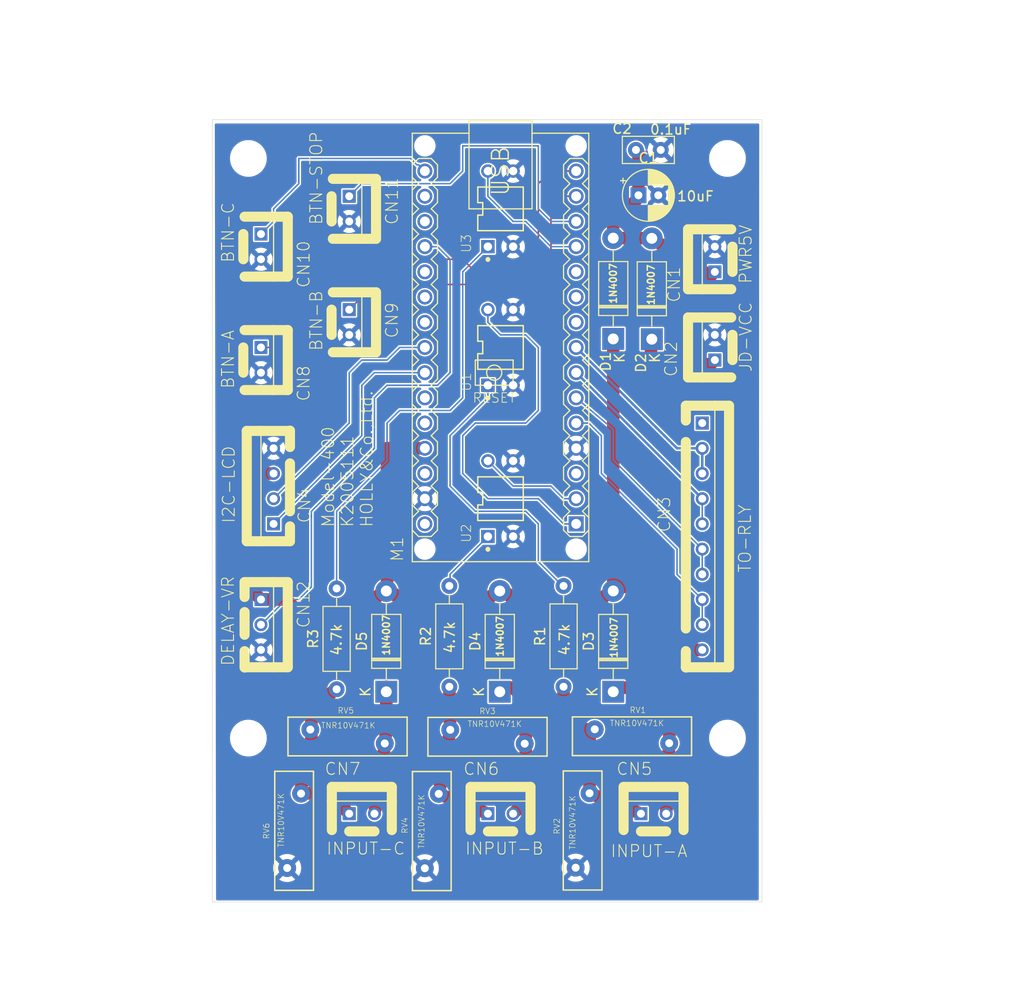
<source format=kicad_pcb>
(kicad_pcb (version 20221018) (generator pcbnew)
  (layers (0 "F.Cu" signal "Top") (31 "B.Cu" signal "Bottom") (34 "B.Paste" user) (35 "F.Paste" user) (36 "B.SilkS" user "B.Silkscreen") (37 "F.SilkS" user "F.Silkscreen") (38 "B.Mask" user) (39 "F.Mask" user) (44 "Edge.Cuts" user))
  (net 0 "")
  (net 1 "VIN")
  (net 2 "3V3")
  (net 3 "GND")
  (net 4 "/5V_M")
  (net 5 "Net-(CN10-PadP$1)")
  (net 6 "Net-(M1-PadJ2.13)")
  (net 7 "Net-(CN11-PadP$1)")
  (net 8 "Net-(M1-PadJ2.10)")
  (net 9 "Net-(CN12-PadP$2)")
  (net 10 "Net-(M1-PadJ2.11)")
  (net 11 "Net-(M1-PadJ2.9)")
  (net 12 "Net-(M1-PadJ2.6)")
  (net 13 "Net-(M1-PadJ2.5)")
  (net 14 "Net-(M1-PadJ2.3)")
  (net 15 "Net-(M1-PadJ1.12)")
  (net 16 "Net-(M1-PadJ1.11)")
  (net 17 "Net-(M1-PadJ1.10)")
  (net 18 "Net-(M1-PadJ1.9)")
  (net 19 "Net-(M1-PadJ1.3)")
  (net 20 "Net-(M1-PadJ1.2)")
  (net 21 "Net-(M1-PadJ1.1)")
  (net 22 "Net-(R1-Pad2)")
  (net 23 "Net-(R2-Pad2)")
  (net 24 "Net-(R3-Pad2)")
  (net 25 "Net-(CN5-PadP$2)")
  (net 26 "Net-(CN5-PadP$1)")
  (net 27 "Net-(CN6-PadP$2)")
  (net 28 "Net-(CN6-PadP$1)")
  (net 29 "Net-(CN8-PadP$1)")
  (net 30 "Net-(CN9-PadP$1)")
  (net 31 "Net-(CN4-PadP$1)")
  (net 32 "Net-(CN4-PadP$2)")
  (net 33 "Net-(CN3-PadP$2)")
  (net 34 "Net-(CN3-PadP$4)")
  (net 35 "Net-(CN3-PadP$6)")
  (net 36 "Net-(CN3-PadP$8)")
  (net 37 "Net-(CN3-PadP$1)")
  (net 38 "Net-(CN7-PadP$1)")
  (net 39 "Net-(CN7-PadP$2)")
  (net 40 "/5V_JDV")
  (net 41 "/5V_MPU")
  (footprint "HOLE:MountingHole_3.2mm_M3_ISO7380" (layer "F.Cu") (at 123.19 128.27)
    (fp_text reference "REF**" hide)
    (fp_text value "MountingHole_3.2mm_M3_ISO7380")
    (pad "" np_thru_hole circle (at 1.3461 -0.4114) (size 3.2 3.2) (drill 3.2) (layers "*.Cu" "*.Mask"))
  )
  (footprint "HOLE:MountingHole_3.2mm_M3_ISO7380" (layer "F.Cu") (at 124.5108 69.4436)
    (fp_text reference "REF**" hide)
    (fp_text value "MountingHole_3.2mm_M3_ISO7380")
    (pad "" np_thru_hole circle (at 0.0253 -0.005) (size 3.2 3.2) (drill 3.2) (layers "*.Cu" "*.Mask"))
  )
  (footprint "HOLE:MountingHole_3.2mm_M3_ISO7380" (layer "F.Cu") (at 172.7961 127.8586)
    (fp_text reference "REF**" hide)
    (fp_text value "MountingHole_3.2mm_M3_ISO7380")
    (pad "" np_thru_hole circle (at 0 0) (size 3.2 3.2) (drill 3.2) (layers "*.Cu" "*.Mask"))
  )
  (footprint "C:C_Disc_D5.0mm_W2.5mm_P2.50mm" (layer "F.Cu") (at 163.576 68.58)
    (fp_text reference "C2" (at -1.397 -2.1336) (layer "F.SilkS"))
    (fp_text value "0.1uF" (at 3.5052 -2.0574) (layer "F.SilkS"))
    (pad "1" thru_hole circle (at 0 0) (size 1.6 1.6) (drill 0.8) (layers "*.Cu" "*.Mask") (net 4 "/5V_M"))
    (pad "2" thru_hole circle (at 2.5 0) (size 1.6 1.6) (drill 0.8) (layers "*.Cu" "*.Mask") (net 3 "GND"))
  )
  (footprint "001:ARDUINO-NANO-3.0" (layer "F.Cu") (at 149.9361 88.4886 -90)
    (fp_text reference "M1" (at 20.325 9.7027 90) (layer "F.SilkS") (effects (font (size 1.2065 1.2065) (thickness 0.09652)) (justify bottom)))
    (fp_text value "ARDUINO-NANO-3.0")
    (fp_text user "USB" (at -17.78 0 270) (layer "F.SilkS") (effects (font (size 1.6891 1.6891) (thickness 0.14224))))
    (fp_text user "RESET" (at 5.08 0.635) (layer "F.SilkS") (effects (font (size 0.9652 0.9652) (thickness 0.08128))))
    (pad "" np_thru_hole circle (at -20.32 -7.62 270) (size 1.651 1.651) (drill 1.651) (layers "*.Cu" "*.Mask"))
    (pad "" np_thru_hole circle (at -20.32 7.62 270) (size 1.651 1.651) (drill 1.651) (layers "*.Cu" "*.Mask"))
    (pad "" np_thru_hole circle (at 20.32 -7.62 270) (size 1.651 1.651) (drill 1.651) (layers "*.Cu" "*.Mask"))
    (pad "" np_thru_hole circle (at 20.32 7.62 270) (size 1.651 1.651) (drill 1.651) (layers "*.Cu" "*.Mask"))
    (pad "J1.1" thru_hole rect (at 17.78 -7.62 270) (size 1.508 1.508) (drill 1) (layers "*.Cu" "*.Mask") (net 21 "Net-(M1-PadJ1.1)"))
    (pad "J1.2" thru_hole circle (at 15.24 -7.62 270) (size 1.508 1.508) (drill 1) (layers "*.Cu" "*.Mask") (net 20 "Net-(M1-PadJ1.2)"))
    (pad "J1.3" thru_hole circle (at 12.7 -7.62 270) (size 1.508 1.508) (drill 1) (layers "*.Cu" "*.Mask") (net 19 "Net-(M1-PadJ1.3)"))
    (pad "J1.4" thru_hole circle (at 10.16 -7.62 270) (size 1.508 1.508) (drill 1) (layers "*.Cu" "*.Mask") (net 3 "GND"))
    (pad "J1.5" thru_hole circle (at 7.62 -7.62 270) (size 1.508 1.508) (drill 1) (layers "*.Cu" "*.Mask") (net 36 "Net-(CN3-PadP$8)"))
    (pad "J1.6" thru_hole circle (at 5.08 -7.62 270) (size 1.508 1.508) (drill 1) (layers "*.Cu" "*.Mask") (net 35 "Net-(CN3-PadP$6)"))
    (pad "J1.7" thru_hole circle (at 2.54 -7.62 270) (size 1.508 1.508) (drill 1) (layers "*.Cu" "*.Mask") (net 34 "Net-(CN3-PadP$4)"))
    (pad "J1.8" thru_hole circle (at 0 -7.62 270) (size 1.508 1.508) (drill 1) (layers "*.Cu" "*.Mask") (net 33 "Net-(CN3-PadP$2)"))
    (pad "J1.9" thru_hole circle (at -2.54 -7.62 270) (size 1.508 1.508) (drill 1) (layers "*.Cu" "*.Mask") (net 18 "Net-(M1-PadJ1.9)"))
    (pad "J1.10" thru_hole circle (at -5.08 -7.62 270) (size 1.508 1.508) (drill 1) (layers "*.Cu" "*.Mask") (net 17 "Net-(M1-PadJ1.10)"))
    (pad "J1.11" thru_hole circle (at -7.62 -7.62 270) (size 1.508 1.508) (drill 1) (layers "*.Cu" "*.Mask") (net 16 "Net-(M1-PadJ1.11)"))
    (pad "J1.12" thru_hole circle (at -10.16 -7.62 270) (size 1.508 1.508) (drill 1) (layers "*.Cu" "*.Mask") (net 15 "Net-(M1-PadJ1.12)"))
    (pad "J1.13" thru_hole circle (at -12.7 -7.62 270) (size 1.508 1.508) (drill 1) (layers "*.Cu" "*.Mask") (net 7 "Net-(CN11-PadP$1)"))
    (pad "J1.14" thru_hole circle (at -15.24 -7.62 270) (size 1.508 1.508) (drill 1) (layers "*.Cu" "*.Mask") (net 30 "Net-(CN9-PadP$1)"))
    (pad "J1.15" thru_hole circle (at -17.78 -7.62 270) (size 1.508 1.508) (drill 1) (layers "*.Cu" "*.Mask") (net 29 "Net-(CN8-PadP$1)"))
    (pad "J2.1" thru_hole circle (at 17.78 7.62 270) (size 1.508 1.508) (drill 1) (layers "*.Cu" "*.Mask") (net 1 "VIN"))
    (pad "J2.2" thru_hole circle (at 15.24 7.62 270) (size 1.508 1.508) (drill 1) (layers "*.Cu" "*.Mask") (net 3 "GND"))
    (pad "J2.3" thru_hole circle (at 12.7 7.62 270) (size 1.508 1.508) (drill 1) (layers "*.Cu" "*.Mask") (net 14 "Net-(M1-PadJ2.3)"))
    (pad "J2.4" thru_hole circle (at 10.16 7.62 270) (size 1.508 1.508) (drill 1) (layers "*.Cu" "*.Mask") (net 41 "/5V_MPU"))
    (pad "J2.5" thru_hole circle (at 7.62 7.62 270) (size 1.508 1.508) (drill 1) (layers "*.Cu" "*.Mask") (net 13 "Net-(M1-PadJ2.5)"))
    (pad "J2.6" thru_hole circle (at 5.08 7.62 270) (size 1.508 1.508) (drill 1) (layers "*.Cu" "*.Mask") (net 12 "Net-(M1-PadJ2.6)"))
    (pad "J2.7" thru_hole circle (at 2.54 7.62 270) (size 1.508 1.508) (drill 1) (layers "*.Cu" "*.Mask") (net 31 "Net-(CN4-PadP$1)"))
    (pad "J2.8" thru_hole circle (at 0 7.62 270) (size 1.508 1.508) (drill 1) (layers "*.Cu" "*.Mask") (net 32 "Net-(CN4-PadP$2)"))
    (pad "J2.9" thru_hole circle (at -2.54 7.62 270) (size 1.508 1.508) (drill 1) (layers "*.Cu" "*.Mask") (net 11 "Net-(M1-PadJ2.9)"))
    (pad "J2.10" thru_hole circle (at -5.08 7.62 270) (size 1.508 1.508) (drill 1) (layers "*.Cu" "*.Mask") (net 8 "Net-(M1-PadJ2.10)"))
    (pad "J2.11" thru_hole circle (at -7.62 7.62 270) (size 1.508 1.508) (drill 1) (layers "*.Cu" "*.Mask") (net 10 "Net-(M1-PadJ2.11)"))
    (pad "J2.12" thru_hole circle (at -10.16 7.62 270) (size 1.508 1.508) (drill 1) (layers "*.Cu" "*.Mask") (net 9 "Net-(CN12-PadP$2)"))
    (pad "J2.13" thru_hole circle (at -12.7 7.62 270) (size 1.508 1.508) (drill 1) (layers "*.Cu" "*.Mask") (net 6 "Net-(M1-PadJ2.13)"))
    (pad "J2.14" thru_hole circle (at -15.24 7.62 270) (size 1.508 1.508) (drill 1) (layers "*.Cu" "*.Mask") (net 2 "3V3"))
    (pad "J2.15" thru_hole circle (at -17.78 7.62 270) (size 1.508 1.508) (drill 1) (layers "*.Cu" "*.Mask") (net 5 "Net-(CN10-PadP$1)"))
  )
  (footprint "001:B02B-XH" (layer "F.Cu") (at 171.5261 78.3286 90)
    (fp_text reference "CN1" (at -5.6946 -3.4035 90) (layer "F.SilkS") (effects (font (size 1.2065 1.2065) (thickness 0.09652)) (justify left bottom)))
    (fp_text value "PWR5V" (at -3.81 3.81 90) (layer "F.SilkS") (effects (font (size 1.2065 1.2065) (thickness 0.09652)) (justify left bottom)))
    (pad "P$1" thru_hole rect (at -2.54 0 90) (size 1.308 1.308) (drill 0.8) (layers "*.Cu" "*.Mask") (net 4 "/5V_M"))
    (pad "P$2" thru_hole circle (at 0 0 90) (size 1.308 1.308) (drill 0.8) (layers "*.Cu" "*.Mask") (net 3 "GND"))
  )
  (footprint "001:B02B-XH" (layer "F.Cu") (at 166.624 135.4786)
    (fp_text reference "CN5" (at -5.08 -3.81) (layer "F.SilkS") (effects (font (size 1.2065 1.2065) (thickness 0.09652)) (justify left bottom)))
    (fp_text value "INPUT-A" (at -5.6641 4.4754) (layer "F.SilkS") (effects (font (size 1.2065 1.2065) (thickness 0.09652)) (justify left bottom)))
    (pad "P$1" thru_hole rect (at -2.54 0) (size 1.308 1.308) (drill 0.8) (layers "*.Cu" "*.Mask") (net 26 "Net-(CN5-PadP$1)"))
    (pad "P$2" thru_hole circle (at 0 0) (size 1.308 1.308) (drill 0.8) (layers "*.Cu" "*.Mask") (net 25 "Net-(CN5-PadP$2)"))
  )
  (footprint "001:B02B-XH" (layer "F.Cu") (at 151.2061 135.4786)
    (fp_text reference "CN6" (at -5.08 -3.81) (layer "F.SilkS") (effects (font (size 1.2065 1.2065) (thickness 0.09652)) (justify left bottom)))
    (fp_text value "INPUT-B" (at -4.9021 4.2214) (layer "F.SilkS") (effects (font (size 1.2065 1.2065) (thickness 0.09652)) (justify left bottom)))
    (pad "P$1" thru_hole rect (at -2.54 0) (size 1.308 1.308) (drill 0.8) (layers "*.Cu" "*.Mask") (net 28 "Net-(CN6-PadP$1)"))
    (pad "P$2" thru_hole circle (at 0 0) (size 1.308 1.308) (drill 0.8) (layers "*.Cu" "*.Mask") (net 27 "Net-(CN6-PadP$2)"))
  )
  (footprint "001:B10B-XH" (layer "F.Cu") (at 170.2561 98.6486 -90)
    (fp_text reference "CN3" (at 8.5394 3.1241 90) (layer "F.SilkS") (effects (font (size 1.2065 1.2065) (thickness 0.09652)) (justify left bottom)))
    (fp_text value "TO-RLY" (at 12.6034 -5.0039 90) (layer "F.SilkS") (effects (font (size 1.2065 1.2065) (thickness 0.09652)) (justify left bottom)))
    (pad "P$1" thru_hole rect (at -2.54 0 270) (size 1.308 1.308) (drill 0.8) (layers "*.Cu" "*.Mask") (net 37 "Net-(CN3-PadP$1)"))
    (pad "P$2" thru_hole circle (at 0 0 270) (size 1.308 1.308) (drill 0.8) (layers "*.Cu" "*.Mask") (net 33 "Net-(CN3-PadP$2)"))
    (pad "P$3" thru_hole circle (at 2.54 0 270) (size 1.308 1.308) (drill 0.8) (layers "*.Cu" "*.Mask") (net 33 "Net-(CN3-PadP$2)"))
    (pad "P$4" thru_hole circle (at 5.08 0 270) (size 1.308 1.308) (drill 0.8) (layers "*.Cu" "*.Mask") (net 34 "Net-(CN3-PadP$4)"))
    (pad "P$5" thru_hole circle (at 7.62 0 270) (size 1.308 1.308) (drill 0.8) (layers "*.Cu" "*.Mask") (net 34 "Net-(CN3-PadP$4)"))
    (pad "P$6" thru_hole circle (at 10.16 0 270) (size 1.308 1.308) (drill 0.8) (layers "*.Cu" "*.Mask") (net 35 "Net-(CN3-PadP$6)"))
    (pad "P$7" thru_hole circle (at 12.7 0 270) (size 1.308 1.308) (drill 0.8) (layers "*.Cu" "*.Mask") (net 35 "Net-(CN3-PadP$6)"))
    (pad "P$8" thru_hole circle (at 15.24 0 270) (size 1.308 1.308) (drill 0.8) (layers "*.Cu" "*.Mask") (net 36 "Net-(CN3-PadP$8)"))
    (pad "P$9" thru_hole circle (at 17.78 0 270) (size 1.308 1.308) (drill 0.8) (layers "*.Cu" "*.Mask") (net 36 "Net-(CN3-PadP$8)"))
    (pad "P$10" thru_hole circle (at 20.32 0 270) (size 1.308 1.308) (drill 0.8) (layers "*.Cu" "*.Mask") (net 41 "/5V_MPU"))
  )
  (footprint "001:B02B-XH" (layer "F.Cu") (at 171.5261 87.2186 90)
    (fp_text reference "CN2" (at -4.2976 -3.7083 90) (layer "F.SilkS") (effects (font (size 1.2065 1.2065) (thickness 0.09652)) (justify left bottom)))
    (fp_text value "JD-VCC" (at -3.81 3.81 90) (layer "F.SilkS") (effects (font (size 1.2065 1.2065) (thickness 0.09652)) (justify left bottom)))
    (pad "P$1" thru_hole rect (at -2.54 0 90) (size 1.308 1.308) (drill 0.8) (layers "*.Cu" "*.Mask") (net 40 "/5V_JDV"))
    (pad "P$2" thru_hole circle (at 0 0 90) (size 1.308 1.308) (drill 0.8) (layers "*.Cu" "*.Mask") (net 3 "GND"))
  )
  (footprint "001:B02B-XH" (layer "F.Cu") (at 125.8061 91.0286 -90)
    (fp_text reference "CN8" (at 2.9514 -5.0039 90) (layer "F.SilkS") (effects (font (size 1.2065 1.2065) (thickness 0.09652)) (justify left bottom)))
    (fp_text value "BTN-A" (at 1.6814 2.6161 90) (layer "F.SilkS") (effects (font (size 1.2065 1.2065) (thickness 0.09652)) (justify left bottom)))
    (pad "P$1" thru_hole rect (at -2.54 0 270) (size 1.308 1.308) (drill 0.8) (layers "*.Cu" "*.Mask") (net 29 "Net-(CN8-PadP$1)"))
    (pad "P$2" thru_hole circle (at 0 0 270) (size 1.308 1.308) (drill 0.8) (layers "*.Cu" "*.Mask") (net 3 "GND"))
  )
  (footprint "001:TOSHIBA_TLP222A_F_0" (layer "F.Cu") (at 149.9361 88.4886 90)
    (fp_text reference "U1" (at -4.485 -2.89 90) (layer "F.SilkS") (effects (font (size 0.95 0.95) (thickness 0.076)) (justify left bottom)))
    (fp_text value "TOSHIBA_TLP222A" hide)
    (pad "1" thru_hole rect (at -3.81 -1.27 90) (size 1.35 1.35) (drill 0.85) (layers "*.Cu" "*.Mask") (net 22 "Net-(R1-Pad2)"))
    (pad "2" thru_hole circle (at -3.81 1.27 90) (size 1.35 1.35) (drill 0.85) (layers "*.Cu" "*.Mask") (net 3 "GND"))
    (pad "3" thru_hole circle (at 3.81 1.27 90) (size 1.35 1.35) (drill 0.85) (layers "*.Cu" "*.Mask") (net 3 "GND"))
    (pad "4" thru_hole circle (at 3.81 -1.27 90) (size 1.35 1.35) (drill 0.85) (layers "*.Cu" "*.Mask") (net 21 "Net-(M1-PadJ1.1)"))
  )
  (footprint "001:TOSHIBA_TLP222A_F_0" (layer "F.Cu") (at 149.9361 103.7286 90)
    (fp_text reference "U2" (at -4.485 -2.89 90) (layer "F.SilkS") (effects (font (size 0.95 0.95) (thickness 0.076)) (justify left bottom)))
    (fp_text value "TOSHIBA_TLP222A" hide)
    (pad "1" thru_hole rect (at -3.81 -1.27 90) (size 1.35 1.35) (drill 0.85) (layers "*.Cu" "*.Mask") (net 23 "Net-(R2-Pad2)"))
    (pad "2" thru_hole circle (at -3.81 1.27 90) (size 1.35 1.35) (drill 0.85) (layers "*.Cu" "*.Mask") (net 3 "GND"))
    (pad "3" thru_hole circle (at 3.81 1.27 90) (size 1.35 1.35) (drill 0.85) (layers "*.Cu" "*.Mask") (net 3 "GND"))
    (pad "4" thru_hole circle (at 3.81 -1.27 90) (size 1.35 1.35) (drill 0.85) (layers "*.Cu" "*.Mask") (net 20 "Net-(M1-PadJ1.2)"))
  )
  (footprint "001:B04B-XH" (layer "F.Cu") (at 127.0761 103.7286 90)
    (fp_text reference "CN4" (at -2.54 3.81 90) (layer "F.SilkS") (effects (font (size 1.2065 1.2065) (thickness 0.09652)) (justify left bottom)))
    (fp_text value "I2C-LCD" (at -2.54 -3.81 90) (layer "F.SilkS") (effects (font (size 1.2065 1.2065) (thickness 0.09652)) (justify left bottom)))
    (pad "P$1" thru_hole rect (at -2.54 0 90) (size 1.308 1.308) (drill 0.8) (layers "*.Cu" "*.Mask") (net 31 "Net-(CN4-PadP$1)"))
    (pad "P$2" thru_hole circle (at 0 0 90) (size 1.308 1.308) (drill 0.8) (layers "*.Cu" "*.Mask") (net 32 "Net-(CN4-PadP$2)"))
    (pad "P$3" thru_hole circle (at 2.54 0 90) (size 1.308 1.308) (drill 0.8) (layers "*.Cu" "*.Mask") (net 41 "/5V_MPU"))
    (pad "P$4" thru_hole circle (at 5.08 0 90) (size 1.308 1.308) (drill 0.8) (layers "*.Cu" "*.Mask") (net 3 "GND"))
  )
  (footprint "001:B02B-XH" (layer "F.Cu") (at 134.6961 87.2186 -90)
    (fp_text reference "CN9" (at 0.4114 -5.0039 90) (layer "F.SilkS") (effects (font (size 1.2065 1.2065) (thickness 0.09652)) (justify left bottom)))
    (fp_text value "BTN-B" (at 1.6814 2.6161 90) (layer "F.SilkS") (effects (font (size 1.2065 1.2065) (thickness 0.09652)) (justify left bottom)))
    (pad "P$1" thru_hole rect (at -2.54 0 270) (size 1.308 1.308) (drill 0.8) (layers "*.Cu" "*.Mask") (net 30 "Net-(CN9-PadP$1)"))
    (pad "P$2" thru_hole circle (at 0 0 270) (size 1.308 1.308) (drill 0.8) (layers "*.Cu" "*.Mask") (net 3 "GND"))
  )
  (footprint "001:B02B-XH" (layer "F.Cu") (at 134.6961 75.7886 -90)
    (fp_text reference "CN11" (at 0.4114 -5.0039 90) (layer "F.SilkS") (effects (font (size 1.2065 1.2065) (thickness 0.09652)) (justify left bottom)))
    (fp_text value "BTN-STOP" (at 0.4114 2.6161 90) (layer "F.SilkS") (effects (font (size 1.2065 1.2065) (thickness 0.09652)) (justify left bottom)))
    (pad "P$1" thru_hole rect (at -2.54 0 270) (size 1.308 1.308) (drill 0.8) (layers "*.Cu" "*.Mask") (net 7 "Net-(CN11-PadP$1)"))
    (pad "P$2" thru_hole circle (at 0 0 270) (size 1.308 1.308) (drill 0.8) (layers "*.Cu" "*.Mask") (net 3 "GND"))
  )
  (footprint "001:B03B-XH" (layer "F.Cu") (at 125.8061 116.4286 -90)
    (fp_text reference "CN12" (at 0.4114 -5.0039 90) (layer "F.SilkS") (effects (font (size 1.2065 1.2065) (thickness 0.09652)) (justify left bottom)))
    (fp_text value "DELAY-VR" (at 4.2214 2.6161 90) (layer "F.SilkS") (effects (font (size 1.2065 1.2065) (thickness 0.09652)) (justify left bottom)))
    (pad "P$1" thru_hole rect (at -2.54 0 270) (size 1.308 1.308) (drill 0.8) (layers "*.Cu" "*.Mask") (net 41 "/5V_MPU"))
    (pad "P$2" thru_hole circle (at 0 0 270) (size 1.308 1.308) (drill 0.8) (layers "*.Cu" "*.Mask") (net 9 "Net-(CN12-PadP$2)"))
    (pad "P$3" thru_hole circle (at 2.54 0 270) (size 1.308 1.308) (drill 0.8) (layers "*.Cu" "*.Mask") (net 3 "GND"))
  )
  (footprint "001:TOSHIBA_TLP222A_F_0" (layer "F.Cu") (at 149.9361 74.5186 90)
    (fp_text reference "U3" (at -4.485 -2.89 90) (layer "F.SilkS") (effects (font (size 0.95 0.95) (thickness 0.076)) (justify left bottom)))
    (fp_text value "TOSHIBA_TLP222A" hide)
    (pad "1" thru_hole rect (at -3.81 -1.27 90) (size 1.35 1.35) (drill 0.85) (layers "*.Cu" "*.Mask") (net 24 "Net-(R3-Pad2)"))
    (pad "2" thru_hole circle (at -3.81 1.27 90) (size 1.35 1.35) (drill 0.85) (layers "*.Cu" "*.Mask") (net 3 "GND"))
    (pad "3" thru_hole circle (at 3.81 1.27 90) (size 1.35 1.35) (drill 0.85) (layers "*.Cu" "*.Mask") (net 3 "GND"))
    (pad "4" thru_hole circle (at 3.81 -1.27 90) (size 1.35 1.35) (drill 0.85) (layers "*.Cu" "*.Mask") (net 15 "Net-(M1-PadJ1.12)"))
  )
  (footprint "001:B02B-XH" (layer "F.Cu") (at 137.2361 135.4786)
    (fp_text reference "CN7" (at -5.08 -3.81) (layer "F.SilkS") (effects (font (size 1.2065 1.2065) (thickness 0.09652)) (justify left bottom)))
    (fp_text value "INPUT-C" (at -4.9021 4.2214) (layer "F.SilkS") (effects (font (size 1.2065 1.2065) (thickness 0.09652)) (justify left bottom)))
    (pad "P$1" thru_hole rect (at -2.54 0) (size 1.308 1.308) (drill 0.8) (layers "*.Cu" "*.Mask") (net 38 "Net-(CN7-PadP$1)"))
    (pad "P$2" thru_hole circle (at 0 0) (size 1.308 1.308) (drill 0.8) (layers "*.Cu" "*.Mask") (net 39 "Net-(CN7-PadP$2)"))
  )
  (footprint "001:B02B-XH" (layer "F.Cu") (at 125.8061 79.5986 -90)
    (fp_text reference "CN10" (at 2.9514 -5.0039 90) (layer "F.SilkS") (effects (font (size 1.2065 1.2065) (thickness 0.09652)) (justify left bottom)))
    (fp_text value "BTN-C" (at 0.4114 2.6161 90) (layer "F.SilkS") (effects (font (size 1.2065 1.2065) (thickness 0.09652)) (justify left bottom)))
    (pad "P$1" thru_hole rect (at -2.54 0 270) (size 1.308 1.308) (drill 0.8) (layers "*.Cu" "*.Mask") (net 5 "Net-(CN10-PadP$1)"))
    (pad "P$2" thru_hole circle (at 0 0 270) (size 1.308 1.308) (drill 0.8) (layers "*.Cu" "*.Mask") (net 3 "GND"))
  )
  (footprint "varistor:RV_Disc_D12mm_W3.9mm_P7.5mm" (layer "F.Cu") (at 158.9054 133.4192 -90)
    (fp_text reference "RV2" (at 4.1726 2.9494 90) (layer "F.SilkS") (effects (font (size 0.57912 0.57912) (thickness 0.057912)) (justify left bottom)))
    (fp_text value "TNR10V471K" (at 5.722 1.3746 90) (layer "F.SilkS") (effects (font (size 0.57912 0.57912) (thickness 0.057912)) (justify left bottom)))
    (pad "1" thru_hole circle (at 0 0 270) (size 1.8 1.8) (drill 0.8) (layers "*.Cu" "*.Mask") (net 26 "Net-(CN5-PadP$1)"))
    (pad "2" thru_hole circle (at 7.5 1.4 270) (size 1.8 1.8) (drill 0.8) (layers "*.Cu" "*.Mask") (net 3 "GND"))
  )
  (footprint "varistor:RV_Disc_D12mm_W3.9mm_P7.5mm" (layer "F.Cu") (at 138.2776 128.397 180)
    (fp_text reference "RV5" (at 3.0734 2.9718) (layer "F.SilkS") (effects (font (size 0.57912 0.57912) (thickness 0.057912)) (justify right bottom)))
    (fp_text value "TNR10V471K" (at 0.9144 1.4732) (layer "F.SilkS") (effects (font (size 0.57912 0.57912) (thickness 0.057912)) (justify right bottom)))
    (pad "1" thru_hole circle (at 0 0 180) (size 1.8 1.8) (drill 0.8) (layers "*.Cu" "*.Mask") (net 39 "Net-(CN7-PadP$2)"))
    (pad "2" thru_hole circle (at 7.5 1.4 180) (size 1.8 1.8) (drill 0.8) (layers "*.Cu" "*.Mask") (net 38 "Net-(CN7-PadP$1)"))
  )
  (footprint "varistor:RV_Disc_D12mm_W3.9mm_P7.5mm" (layer "F.Cu") (at 129.8448 133.4516 -90)
    (fp_text reference "RV6" (at 2.921 3.1496 90) (layer "F.SilkS") (effects (font (size 0.57912 0.57912) (thickness 0.057912)) (justify right bottom)))
    (fp_text value "TNR10V471K" (at -0.0762 1.6764 90) (layer "F.SilkS") (effects (font (size 0.57912 0.57912) (thickness 0.057912)) (justify right bottom)))
    (pad "1" thru_hole circle (at 0 0 270) (size 1.8 1.8) (drill 0.8) (layers "*.Cu" "*.Mask") (net 38 "Net-(CN7-PadP$1)"))
    (pad "2" thru_hole circle (at 7.5 1.4 270) (size 1.8 1.8) (drill 0.8) (layers "*.Cu" "*.Mask") (net 3 "GND"))
  )
  (footprint "varistor:RV_Disc_D12mm_W3.9mm_P7.5mm" (layer "F.Cu") (at 143.7132 133.477 -90)
    (fp_text reference "RV4" (at 4.0386 3.0734 90) (layer "F.SilkS") (effects (font (size 0.57912 0.57912) (thickness 0.057912)) (justify left bottom)))
    (fp_text value "TNR10V471K" (at 5.5626 1.397 90) (layer "F.SilkS") (effects (font (size 0.57912 0.57912) (thickness 0.057912)) (justify left bottom)))
    (pad "1" thru_hole circle (at 0 0 270) (size 1.8 1.8) (drill 0.8) (layers "*.Cu" "*.Mask") (net 28 "Net-(CN6-PadP$1)"))
    (pad "2" thru_hole circle (at 7.5 1.4 270) (size 1.8 1.8) (drill 0.8) (layers "*.Cu" "*.Mask") (net 3 "GND"))
  )
  (footprint "varistor:RV_Disc_D12mm_W3.9mm_P7.5mm" (layer "F.Cu") (at 166.9288 128.3716 180)
    (fp_text reference "RV1" (at 4.0132 2.9972) (layer "F.SilkS") (effects (font (size 0.57912 0.57912) (thickness 0.057912)) (justify left bottom)))
    (fp_text value "TNR10V471K" (at 6.0198 1.6764) (layer "F.SilkS") (effects (font (size 0.57912 0.57912) (thickness 0.057912)) (justify left bottom)))
    (pad "1" thru_hole circle (at 0 0 180) (size 1.8 1.8) (drill 0.8) (layers "*.Cu" "*.Mask") (net 25 "Net-(CN5-PadP$2)"))
    (pad "2" thru_hole circle (at 7.5 1.4 180) (size 1.8 1.8) (drill 0.8) (layers "*.Cu" "*.Mask") (net 26 "Net-(CN5-PadP$1)"))
  )
  (footprint "C:CP_Radial_D5.0mm_P2.00mm" (layer "F.Cu") (at 163.83 73.152)
    (fp_text reference "C1" (at 1 -3.75) (layer "F.SilkS"))
    (fp_text value "10uF" (at 5.7404 0.1016) (layer "F.SilkS"))
    (pad "1" thru_hole rect (at 0 0) (size 1.6 1.6) (drill 0.8) (layers "*.Cu" "*.Mask") (net 4 "/5V_M"))
    (pad "2" thru_hole circle (at 2 0) (size 1.6 1.6) (drill 0.8) (layers "*.Cu" "*.Mask") (net 3 "GND"))
  )
  (footprint "HOLE:MountingHole_3.2mm_M3_ISO7380" (layer "F.Cu") (at 172.72 69.85)
    (fp_text reference "REF**" hide)
    (fp_text value "MountingHole_3.2mm_M3_ISO7380")
    (pad "" np_thru_hole circle (at 0.0761 -0.4114) (size 3.2 3.2) (drill 3.2) (layers "*.Cu" "*.Mask"))
  )
  (footprint "R:R_Axial_DIN0207_L6.3mm_D2.5mm_P10.16mm_Horizontal" (layer "F.Cu") (at 156.2861 122.682 90)
    (fp_text reference "R1" (at 5.08 -2.37 90) (layer "F.SilkS"))
    (fp_text value "4.7k" (at 4.7498 0.1017 90) (layer "F.SilkS"))
    (pad "1" thru_hole circle (at 0 0 90) (size 1.6 1.6) (drill 0.8) (layers "*.Cu" "*.Mask") (net 26 "Net-(CN5-PadP$1)"))
    (pad "2" thru_hole oval (at 10.16 0 90) (size 1.6 1.6) (drill 0.8) (layers "*.Cu" "*.Mask") (net 22 "Net-(R1-Pad2)"))
  )
  (footprint "R:R_Axial_DIN0207_L6.3mm_D2.5mm_P10.16mm_Horizontal" (layer "F.Cu") (at 144.78 122.682 90)
    (fp_text reference "R2" (at 5.08 -2.37 90) (layer "F.SilkS"))
    (fp_text value "4.7k" (at 4.9784 0.0508 90) (layer "F.SilkS"))
    (pad "1" thru_hole circle (at 0 0 90) (size 1.6 1.6) (drill 0.8) (layers "*.Cu" "*.Mask") (net 28 "Net-(CN6-PadP$1)"))
    (pad "2" thru_hole oval (at 10.16 0 90) (size 1.6 1.6) (drill 0.8) (layers "*.Cu" "*.Mask") (net 23 "Net-(R2-Pad2)"))
  )
  (footprint "R:R_Axial_DIN0207_L6.3mm_D2.5mm_P10.16mm_Horizontal" (layer "F.Cu") (at 133.4261 122.936 90)
    (fp_text reference "R3" (at 5.08 -2.37 90) (layer "F.SilkS"))
    (fp_text value "4.7k" (at 5.0038 0.0001 90) (layer "F.SilkS"))
    (pad "1" thru_hole circle (at 0 0 90) (size 1.6 1.6) (drill 0.8) (layers "*.Cu" "*.Mask") (net 38 "Net-(CN7-PadP$1)"))
    (pad "2" thru_hole oval (at 10.16 0 90) (size 1.6 1.6) (drill 0.8) (layers "*.Cu" "*.Mask") (net 24 "Net-(R3-Pad2)"))
  )
  (footprint "Diode_THT:D_DO-41_SOD81_P10.16mm_Horizontal" (layer "F.Cu") (at 161.29 87.63 90)
    (fp_text reference "D1" (at -2.286 -0.762 90) (layer "F.SilkS"))
    (fp_text value "1N4007" (at 5.588 0 90) (layer "F.SilkS") (effects (font (size 0.7 0.7))))
    (fp_text user "K" (at -1.905 0.635 90) (layer "F.SilkS"))
    (pad "1" thru_hole rect (at 0 0 90) (size 2.2 2.2) (drill 1.1) (layers "*.Cu" "*.Mask") (net 41 "/5V_MPU"))
    (pad "2" thru_hole oval (at 10.16 0 90) (size 2.2 2.2) (drill 1.1) (layers "*.Cu" "*.Mask") (net 4 "/5V_M"))
  )
  (footprint "Diode_THT:D_DO-41_SOD81_P10.16mm_Horizontal" (layer "F.Cu") (at 165.1762 87.6554 90)
    (fp_text reference "D2" (at -2.3876 -1.0922 90) (layer "F.SilkS"))
    (fp_text value "1N4007" (at 5.4864 -0.0762 90) (layer "F.SilkS") (effects (font (size 0.7 0.7))))
    (fp_text user "K" (at -1.8796 0.3048 90) (layer "F.SilkS"))
    (pad "1" thru_hole rect (at 0 0 90) (size 2.2 2.2) (drill 1.1) (layers "*.Cu" "*.Mask") (net 40 "/5V_JDV"))
    (pad "2" thru_hole oval (at 10.16 0 90) (size 2.2 2.2) (drill 1.1) (layers "*.Cu" "*.Mask") (net 4 "/5V_M"))
  )
  (footprint "Diode_THT:D_DO-41_SOD81_P10.16mm_Horizontal" (layer "F.Cu") (at 161.29 123.19 90)
    (fp_text reference "D3" (at 5.08 -2.47 90) (layer "F.SilkS"))
    (fp_text value "1N4007" (at 5.461 0.0762 90) (layer "F.SilkS") (effects (font (size 0.7 0.7))))
    (fp_text user "K" (at 0 -2.1 90) (layer "F.SilkS"))
    (pad "1" thru_hole rect (at 0 0 90) (size 2.2 2.2) (drill 1.1) (layers "*.Cu" "*.Mask") (net 25 "Net-(CN5-PadP$2)"))
    (pad "2" thru_hole oval (at 10.16 0 90) (size 2.2 2.2) (drill 1.1) (layers "*.Cu" "*.Mask") (net 41 "/5V_MPU"))
  )
  (footprint "Diode_THT:D_DO-41_SOD81_P10.16mm_Horizontal" (layer "F.Cu") (at 149.86 123.19 90)
    (fp_text reference "D4" (at 5.08 -2.47 90) (layer "F.SilkS"))
    (fp_text value "1N4007" (at 5.588 0.0254 90) (layer "F.SilkS") (effects (font (size 0.7 0.7))))
    (fp_text user "K" (at 0 -2.1 90) (layer "F.SilkS"))
    (pad "1" thru_hole rect (at 0 0 90) (size 2.2 2.2) (drill 1.1) (layers "*.Cu" "*.Mask") (net 27 "Net-(CN6-PadP$2)"))
    (pad "2" thru_hole oval (at 10.16 0 90) (size 2.2 2.2) (drill 1.1) (layers "*.Cu" "*.Mask") (net 41 "/5V_MPU"))
  )
  (footprint "Diode_THT:D_DO-41_SOD81_P10.16mm_Horizontal" (layer "F.Cu") (at 138.43 123.19 90)
    (fp_text reference "D5" (at 5.08 -2.47 90) (layer "F.SilkS"))
    (fp_text value "1N4007" (at 5.715 0 90) (layer "F.SilkS") (effects (font (size 0.7 0.7))))
    (fp_text user "K" (at 0 -2.1 90) (layer "F.SilkS"))
    (pad "1" thru_hole rect (at 0 0 90) (size 2.2 2.2) (drill 1.1) (layers "*.Cu" "*.Mask") (net 39 "Net-(CN7-PadP$2)"))
    (pad "2" thru_hole oval (at 10.16 0 90) (size 2.2 2.2) (drill 1.1) (layers "*.Cu" "*.Mask") (net 41 "/5V_MPU"))
  )
  (footprint "varistor:RV_Disc_D12mm_W3.9mm_P7.5mm" (layer "F.Cu") (at 152.3746 128.4224 180)
    (fp_text reference "RV3" (at 4.5974 2.9464) (layer "F.SilkS") (effects (font (size 0.57912 0.57912) (thickness 0.057912)) (justify left bottom)))
    (fp_text value "TNR10V471K" (at 5.7912 1.651) (layer "F.SilkS") (effects (font (size 0.57912 0.57912) (thickness 0.057912)) (justify left bottom)))
    (pad "1" thru_hole circle (at 0 0 180) (size 1.8 1.8) (drill 0.8) (layers "*.Cu" "*.Mask") (net 27 "Net-(CN6-PadP$2)"))
    (pad "2" thru_hole circle (at 7.5 1.4 180) (size 1.8 1.8) (drill 0.8) (layers "*.Cu" "*.Mask") (net 28 "Net-(CN6-PadP$1)"))
  )
  (gr_line (start 120.904 65.532) (end 120.904 144.3686) (stroke (width 0.05)) (layer "Edge.Cuts"))
  (gr_line (start 120.904 144.3686) (end 176.2761 144.3686) (stroke (width 0.05)) (layer "Edge.Cuts"))
  (gr_line (start 176.2761 144.3686) (end 176.2761 65.532) (stroke (width 0.05)) (layer "Edge.Cuts"))
  (gr_line (start 176.2761 65.532) (end 120.904 65.532) (stroke (width 0.05)) (layer "Edge.Cuts"))
  (gr_text "Model-400 \nK2005111\nHOLLY&Co.,Ltd." (at 137.16 106.68 90) (layer "F.SilkS") (effects (font (size 1.2065 1.2065) (thickness 0.1016)) (justify left bottom)))
  (segment (start 161.29 77.47) (end 161.29 75.946) (width 1.25) (layer "F.Cu") (net 4))
  (segment (start 163.83 73.406) (end 163.83 68.834) (width 1.25) (layer "F.Cu") (net 4))
  (segment (start 161.29 75.946) (end 163.83 73.406) (width 1.25) (layer "F.Cu") (net 4))
  (segment (start 171.1147 81.28) (end 171.5261 80.8686) (width 1.25) (layer "F.Cu") (net 4))
  (segment (start 165.1 77.47) (end 171.1147 81.28) (width 1.25) (layer "F.Cu") (net 4))
  (segment (start 161.29 77.47) (end 165.1 77.47) (width 1.25) (layer "F.Cu") (net 4))
  (segment (start 163.83 68.834) (end 163.576 68.58) (width 1.25) (layer "F.Cu") (net 4))
  (segment (start 129.6161 71.9786) (end 129.6161 69.4386) (width 0.1524) (layer "B.Cu") (net 5))
  (segment (start 129.6161 69.4386) (end 140.874062 69.4386) (width 0.1524) (layer "B.Cu") (net 5))
  (segment (start 141.521762 70.0863) (end 141.6938 70.0863) (width 0.1524) (layer "B.Cu") (net 5))
  (segment (start 127.0761 74.5186) (end 127.0761 75.7886) (width 0.1524) (layer "B.Cu") (net 5))
  (segment (start 127.0761 74.5186) (end 129.6161 71.9786) (width 0.1524) (layer "B.Cu") (net 5))
  (segment (start 125.8061 77.0586) (end 127.0761 75.7886) (width 0.1524) (layer "B.Cu") (net 5))
  (segment (start 140.874062 69.4386) (end 141.521762 70.0863) (width 0.1524) (layer "B.Cu") (net 5))
  (segment (start 141.6938 70.0863) (end 142.3161 70.7086) (width 0.1524) (layer "B.Cu") (net 5))
  (segment (start 153.7461 74.5186) (end 155.0161 75.7886) (width 0.1524) (layer "B.Cu") (net 7))
  (segment (start 134.6961 73.2486) (end 135.9661 71.9786) (width 0.1524) (layer "B.Cu") (net 7))
  (segment (start 146.1261 70.7086) (end 146.1261 68.1686) (width 0.1524) (layer "B.Cu") (net 7))
  (segment (start 146.1261 68.1686) (end 153.7461 68.1686) (width 0.1524) (layer "B.Cu") (net 7))
  (segment (start 153.7461 68.1686) (end 153.7461 74.5186) (width 0.1524) (layer "B.Cu") (net 7))
  (segment (start 135.9661 71.9786) (end 144.8561 71.9786) (width 0.1524) (layer "B.Cu") (net 7))
  (segment (start 144.8561 71.9786) (end 146.1261 70.7086) (width 0.1524) (layer "B.Cu") (net 7))
  (segment (start 155.0161 75.7886) (end 157.5561 75.7886) (width 0.1524) (layer "B.Cu") (net 7))
  (segment (start 138.5061 92.2986) (end 143.5861 92.2986) (width 0.1524) (layer "B.Cu") (net 9))
  (segment (start 143.5861 92.2986) (end 144.8561 91.0286) (width 0.1524) (layer "B.Cu") (net 9))
  (segment (start 130.8861 112.6186) (end 130.8861 104.9986) (width 0.1524) (layer "B.Cu") (net 9))
  (segment (start 143.5861 78.3286) (end 142.3161 78.3286) (width 0.1524) (layer "B.Cu") (net 9))
  (segment (start 144.8561 91.0286) (end 144.8561 79.5986) (width 0.1524) (layer "B.Cu") (net 9))
  (segment (start 144.8561 79.5986) (end 143.5861 78.3286) (width 0.1524) (layer "B.Cu") (net 9))
  (segment (start 129.6161 113.8886) (end 130.8861 112.6186) (width 0.1524) (layer "B.Cu") (net 9))
  (segment (start 125.8061 116.4286) (end 128.3461 113.8886) (width 0.1524) (layer "B.Cu") (net 9))
  (segment (start 128.3461 113.8886) (end 129.6161 113.8886) (width 0.1524) (layer "B.Cu") (net 9))
  (segment (start 137.2361 93.5686) (end 138.5061 92.2986) (width 0.1524) (layer "B.Cu") (net 9))
  (segment (start 137.2361 98.6486) (end 137.2361 93.5686) (width 0.1524) (layer "B.Cu") (net 9))
  (segment (start 130.8861 104.9986) (end 137.2361 98.6486) (width 0.1524) (layer "B.Cu") (net 9))
  (segment (start 148.6661 70.7086) (end 148.6661 73.2486) (width 0.1524) (layer "B.Cu") (net 15))
  (segment (start 152.4761 75.7886) (end 155.0161 78.3286) (width 0.1524) (layer "B.Cu") (net 15))
  (segment (start 155.0161 78.3286) (end 157.5561 78.3286) (width 0.1524) (layer "B.Cu") (net 15))
  (segment (start 151.2061 75.7886) (end 152.4761 75.7886) (width 0.1524) (layer "B.Cu") (net 15))
  (segment (start 148.6661 73.2486) (end 151.2061 75.7886) (width 0.1524) (layer "B.Cu") (net 15))
  (segment (start 157.5561 103.7286) (end 156.2861 103.7286) (width 0.1524) (layer "B.Cu") (net 20))
  (segment (start 156.2861 103.7286) (end 155.0161 102.4586) (width 0.1524) (layer "B.Cu") (net 20))
  (segment (start 155.0161 102.4586) (end 151.2061 102.4586) (width 0.1524) (layer "B.Cu") (net 20))
  (segment (start 151.2061 102.4586) (end 148.6661 99.9186) (width 0.1524) (layer "B.Cu") (net 20))
  (segment (start 153.7461 103.7286) (end 148.6661 103.7286) (width 0.1524) (layer "B.Cu") (net 21))
  (segment (start 147.3961 96.1086) (end 152.4761 96.1086) (width 0.1524) (layer "B.Cu") (net 21))
  (segment (start 156.2861 106.2686) (end 153.7461 103.7286) (width 0.1524) (layer "B.Cu") (net 21))
  (segment (start 152.4761 96.1086) (end 153.7461 94.8386) (width 0.1524) (layer "B.Cu") (net 21))
  (segment (start 153.7461 88.4886) (end 152.4761 87.2186) (width 0.1524) (layer "B.Cu") (net 21))
  (segment (start 148.6661 85.9486) (end 148.6661 84.6786) (width 0.1524) (layer "B.Cu") (net 21))
  (segment (start 148.6661 103.7286) (end 146.1261 101.1886) (width 0.1524) (layer "B.Cu") (net 21))
  (segment (start 157.5561 106.2686) (end 156.2861 106.2686) (width 0.1524) (layer "B.Cu") (net 21))
  (segment (start 153.7461 94.8386) (end 153.7461 88.4886) (width 0.1524) (layer "B.Cu") (net 21))
  (segment (start 146.1261 101.1886) (end 146.1261 97.3786) (width 0.1524) (layer "B.Cu") (net 21))
  (segment (start 152.4761 87.2186) (end 149.9361 87.2186) (width 0.1524) (layer "B.Cu") (net 21))
  (segment (start 149.9361 87.2186) (end 148.6661 85.9486) (width 0.1524) (layer "B.Cu") (net 21))
  (segment (start 146.1261 97.3786) (end 147.3961 96.1086) (width 0.1524) (layer "B.Cu") (net 21))
  (segment (start 148.6661 93.5686) (end 148.6661 92.2986) (width 0.1524) (layer "B.Cu") (net 22))
  (segment (start 144.8561 102.4586) (end 144.8561 97.3786) (width 0.1524) (layer "B.Cu") (net 22))
  (segment (start 148.6661 93.5686) (end 144.8561 97.3786) (width 0.1524) (layer "B.Cu") (net 22))
  (segment (start 147.396103 104.998604) (end 152.476096 104.998604) (width 0.1524) (layer "B.Cu") (net 22))
  (segment (start 153.7461 110.0786) (end 156.2861 112.6186) (width 0.1524) (layer "B.Cu") (net 22))
  (segment (start 144.8561 102.4586) (end 147.396103 104.998604) (width 0.1524) (layer "B.Cu") (net 22))
  (segment (start 152.476096 104.998604) (end 152.4761 104.9986) (width 0.1524) (layer "B.Cu") (net 22))
  (segment (start 152.4761 104.9986) (end 153.7461 106.2686) (width 0.1524) (layer "B.Cu") (net 22))
  (segment (start 153.7461 106.2686) (end 153.7461 110.0786) (width 0.1524) (layer "B.Cu") (net 22))
  (segment (start 144.8561 112.6186) (end 144.8561 111.3486) (width 0.1524) (layer "B.Cu") (net 23))
  (segment (start 144.8561 111.3486) (end 148.6661 107.5386) (width 0.1524) (layer "B.Cu") (net 23))
  (segment (start 133.4261 112.6186) (end 133.4261 104.9986) (width 0.1524) (layer "B.Cu") (net 24))
  (segment (start 146.1261 80.8686) (end 148.6661 78.3286) (width 0.1524) (layer "B.Cu") (net 24))
  (segment (start 138.5061 99.9186) (end 138.5061 96.1086) (width 0.1524) (layer "B.Cu") (net 24))
  (segment (start 138.5061 96.1086) (end 139.7761 94.8386) (width 0.1524) (layer "B.Cu") (net 24))
  (segment (start 133.4261 104.9986) (end 138.5061 99.9186) (width 0.1524) (layer "B.Cu") (net 24))
  (segment (start 139.7761 94.8386) (end 144.8561 94.8386) (width 0.1524) (layer "B.Cu") (net 24))
  (segment (start 144.8561 94.8386) (end 146.1261 93.5686) (width 0.1524) (layer "B.Cu") (net 24))
  (segment (start 146.1261 93.5686) (end 146.1261 80.8686) (width 0.1524) (layer "B.Cu") (net 24))
  (segment (start 165.1761 122.7786) (end 166.99475 124.59725) (width 1.27) (layer "F.Cu") (net 25))
  (segment (start 166.99475 124.59725) (end 166.9288 128.3716) (width 1.27) (layer "F.Cu") (net 25))
  (segment (start 161.3661 122.7786) (end 165.1761 122.7786) (width 1.27) (layer "F.Cu") (net 25))
  (segment (start 166.9288 128.3716) (end 166.624 135.4786) (width 1.27) (layer "F.Cu") (net 25))
  (segment (start 158.9054 133.4192) (end 164.084 135.4786) (width 1.27) (layer "F.Cu") (net 26))
  (segment (start 156.2861 126.5886) (end 158.4431 126.9716) (width 1.27) (layer "F.Cu") (net 26))
  (segment (start 156.2861 122.682) (end 156.2861 126.5886) (width 1.27) (layer "F.Cu") (net 26))
  (segment (start 158.9054 127.495) (end 158.9054 133.4192) (width 1.27) (layer "F.Cu") (net 26))
  (segment (start 158.4431 126.9716) (end 159.4288 126.9716) (width 1.27) (layer "F.Cu") (net 26))
  (segment (start 159.4288 126.9716) (end 158.9054 127.495) (width 1.27) (layer "F.Cu") (net 26))
  (segment (start 152.4761 126.5886) (end 152.4761 134.2086) (width 1.27) (layer "F.Cu") (net 27))
  (segment (start 149.9361 122.7786) (end 151.2061 122.7786) (width 1.27) (layer "F.Cu") (net 27))
  (segment (start 152.4761 126.5886) (end 152.4761 124.0486) (width 1.27) (layer "F.Cu") (net 27))
  (segment (start 152.4761 124.0486) (end 151.2061 122.7786) (width 1.27) (layer "F.Cu") (net 27))
  (segment (start 151.2061 135.4786) (end 152.4761 134.2086) (width 1.27) (layer "F.Cu") (net 27))
  (segment (start 143.7132 133.477) (end 148.6661 135.4786) (width 1.27) (layer "F.Cu") (net 28))
  (segment (start 144.8561 126.5886) (end 144.8746 127.0224) (width 1.27) (layer "F.Cu") (net 28))
  (segment (start 144.78 122.682) (end 144.8561 126.5886) (width 1.27) (layer "F.Cu") (net 28))
  (segment (start 144.8746 127.0224) (end 143.7132 133.477) (width 1.27) (layer "F.Cu") (net 28))
  (segment (start 129.6161 88.4886) (end 130.8861 87.2186) (width 0.1524) (layer "F.Cu") (net 29))
  (segment (start 130.8861 87.2186) (end 130.8861 83.4086) (width 0.1524) (layer "F.Cu") (net 29))
  (segment (start 130.8861 83.4086) (end 134.6961 79.5986) (width 0.1524) (layer "F.Cu") (net 29))
  (segment (start 153.7461 79.5986) (end 153.7461 71.9786) (width 0.1524) (layer "F.Cu") (net 29))
  (segment (start 155.0161 70.7086) (end 157.5561 70.7086) (width 0.1524) (layer "F.Cu") (net 29))
  (segment (start 153.7461 71.9786) (end 155.0161 70.7086) (width 0.1524) (layer "F.Cu") (net 29))
  (segment (start 125.8061 88.4886) (end 129.6161 88.4886) (width 0.1524) (layer "F.Cu") (net 29))
  (segment (start 146.1261 79.5986) (end 147.3961 80.8686) (width 0.1524) (layer "F.Cu") (net 29))
  (segment (start 147.3961 80.8686) (end 152.4761 80.8686) (width 0.1524) (layer "F.Cu") (net 29))
  (segment (start 134.6961 79.5986) (end 146.1261 79.5986) (width 0.1524) (layer "F.Cu") (net 29))
  (segment (start 152.4761 80.8686) (end 153.7461 79.5986) (width 0.1524) (layer "F.Cu") (net 29))
  (segment (start 137.2361 82.1386) (end 152.4761 82.1386) (width 0.1524) (layer "F.Cu") (net 30))
  (segment (start 152.4761 82.1386) (end 155.0161 79.5986) (width 0.1524) (layer "F.Cu") (net 30))
  (segment (start 155.0161 79.5986) (end 155.0161 74.5186) (width 0.1524) (layer "F.Cu") (net 30))
  (segment (start 156.2861 73.2486) (end 157.5561 73.2486) (width 0.1524) (layer "F.Cu") (net 30))
  (segment (start 134.6961 84.6786) (end 137.2361 82.1386) (width 0.1524) (layer "F.Cu") (net 30))
  (segment (start 155.0161 74.5186) (end 156.2861 73.2486) (width 0.1524) (layer "F.Cu") (net 30))
  (segment (start 135.9661 92.2986) (end 137.2361 91.0286) (width 0.1524) (layer "B.Cu") (net 31))
  (segment (start 135.9661 97.3786) (end 135.9661 92.2986) (width 0.1524) (layer "B.Cu") (net 31))
  (segment (start 137.2361 91.0286) (end 142.3161 91.0286) (width 0.1524) (layer "B.Cu") (net 31))
  (segment (start 127.0761 106.2686) (end 135.9661 97.3786) (width 0.1524) (layer "B.Cu") (net 31))
  (segment (start 134.6961 96.1086) (end 127.0761 103.7286) (width 0.1524) (layer "B.Cu") (net 32))
  (segment (start 142.3161 88.4886) (end 139.7761 88.4886) (width 0.1524) (layer "B.Cu") (net 32))
  (segment (start 134.6961 91.0286) (end 134.6961 96.1086) (width 0.1524) (layer "B.Cu") (net 32))
  (segment (start 139.7761 88.4886) (end 138.5061 89.7586) (width 0.1524) (layer "B.Cu") (net 32))
  (segment (start 135.9661 89.7586) (end 134.6961 91.0286) (width 0.1524) (layer "B.Cu") (net 32))
  (segment (start 138.5061 89.7586) (end 135.9661 89.7586) (width 0.1524) (layer "B.Cu") (net 32))
  (segment (start 170.2561 98.6486) (end 170.2561 101.1886) (width 0.25) (layer "B.Cu") (net 33))
  (segment (start 167.7161 98.6486) (end 170.2561 98.6486) (width 0.25) (layer "B.Cu") (net 33))
  (segment (start 157.5561 88.4886) (end 167.7161 98.6486) (width 0.25) (layer "B.Cu") (net 33))
  (segment (start 157.5561 91.0286) (end 170.2561 103.7286) (width 0.25) (layer "B.Cu") (net 34))
  (segment (start 170.2561 103.7286) (end 170.2561 106.2686) (width 0.1524) (layer "B.Cu") (net 34))
  (segment (start 170.2561 108.8086) (end 170.2561 111.3486) (width 0.1524) (layer "B.Cu") (net 35))
  (segment (start 161.29 99.822) (end 170.2561 108.8086) (width 0.1524) (layer "B.Cu") (net 35))
  (segment (start 161.29 96.774) (end 161.29 99.822) (width 0.1524) (layer "B.Cu") (net 35))
  (segment (start 161.036 96.52) (end 161.29 96.774) (width 0.1524) (layer "B.Cu") (net 35))
  (segment (start 157.5561 93.5686) (end 161.036 96.52) (width 0.1524) (layer "B.Cu") (net 35))
  (segment (start 170.2561 113.8886) (end 170.2561 116.4286) (width 0.1524) (layer "B.Cu") (net 36))
  (segment (start 167.7161 111.3486) (end 170.2561 113.8886) (width 0.1524) (layer "B.Cu") (net 36))
  (segment (start 158.8261 96.1086) (end 160.0961 97.3786) (width 0.1524) (layer "B.Cu") (net 36))
  (segment (start 157.5561 96.1086) (end 158.8261 96.1086) (width 0.1524) (layer "B.Cu") (net 36))
  (segment (start 160.0961 97.3786) (end 160.0961 101.1886) (width 0.1524) (layer "B.Cu") (net 36))
  (segment (start 167.7161 108.8086) (end 167.7161 111.3486) (width 0.1524) (layer "B.Cu") (net 36))
  (segment (start 160.0961 101.1886) (end 167.7161 108.8086) (width 0.1524) (layer "B.Cu") (net 36))
  (segment (start 133.4261 122.7786) (end 130.8861 125.3186) (width 1.27) (layer "F.Cu") (net 38))
  (segment (start 129.67 133.47) (end 132.08 133.35) (width 1.27) (layer "F.Cu") (net 38))
  (segment (start 130.8861 129.1286) (end 129.67 133.47) (width 1.27) (layer "F.Cu") (net 38))
  (segment (start 130.8861 125.3186) (end 130.8861 129.1286) (width 1.27) (layer "F.Cu") (net 38))
  (segment (start 133.4261 134.2086) (end 134.6961 135.4786) (width 1.27) (layer "F.Cu") (net 38))
  (segment (start 132.08 133.35) (end 133.4261 134.2086) (width 1.27) (layer "F.Cu") (net 38))
  (segment (start 138.43 122.682) (end 138.43 125.222) (width 1.27) (layer "F.Cu") (net 39))
  (segment (start 138.5061 125.3186) (end 138.31 128.4) (width 1.27) (layer "F.Cu") (net 39))
  (segment (start 138.31 128.4) (end 137.2361 135.4786) (width 1.27) (layer "F.Cu") (net 39))
  (segment (start 165.1 87.63) (end 165.1 90.17) (width 1.25) (layer "F.Cu") (net 40))
  (segment (start 171.1147 90.17) (end 171.5261 89.7586) (width 1.25) (layer "F.Cu") (net 40))
  (segment (start 165.1 90.17) (end 171.1147 90.17) (width 1.25) (layer "F.Cu") (net 40))
  (segment (start 142.3161 98.6486) (end 138.5061 98.6486) (width 1.27) (layer "F.Cu") (net 41))
  (segment (start 147.3961 115.1586) (end 141.0461 115.1586) (width 1.27) (layer "F.Cu") (net 41))
  (segment (start 138.5061 112.6186) (end 135.9661 115.1586) (width 1.27) (layer "F.Cu") (net 41))
  (segment (start 141.0461 115.1586) (end 138.5061 112.6186) (width 1.27) (layer "F.Cu") (net 41))
  (segment (start 158.8261 115.1586) (end 152.4761 115.1586) (width 1.27) (layer "F.Cu") (net 41))
  (segment (start 129.6161 115.1586) (end 128.3461 113.8886) (width 1.27) (layer "F.Cu") (net 41))
  (segment (start 128.3461 113.8886) (end 125.8061 113.8886) (width 1.27) (layer "F.Cu") (net 41))
  (segment (start 161.3661 112.6186) (end 158.8261 115.1586) (width 1.27) (layer "F.Cu") (net 41))
  (segment (start 149.9361 112.6186) (end 152.4761 115.1586) (width 1.27) (layer "F.Cu") (net 41))
  (segment (start 124.5361 101.1886) (end 127.0761 101.1886) (width 1.27) (layer "F.Cu") (net 41))
  (segment (start 135.9661 115.1586) (end 129.6161 115.1586) (width 1.27) (layer "F.Cu") (net 41))
  (segment (start 166.4461 112.6186) (end 166.4461 118.9686) (width 1.27) (layer "F.Cu") (net 41))
  (segment (start 149.9361 112.6186) (end 147.3961 115.1586) (width 1.27) (layer "F.Cu") (net 41))
  (segment (start 124.5361 112.6186) (end 124.5361 101.1886) (width 1.27) (layer "F.Cu") (net 41))
  (segment (start 125.8061 113.8886) (end 124.5361 112.6186) (width 1.27) (layer "F.Cu") (net 41))
  (segment (start 161.29 109.22) (end 161.29 96.52) (width 1.25) (layer "F.Cu") (net 41))
  (segment (start 166.4461 118.9686) (end 170.2561 118.9686) (width 1.27) (layer "F.Cu") (net 41))
  (segment (start 138.5061 98.6486) (end 138.5061 112.6186) (width 1.27) (layer "F.Cu") (net 41))
  (segment (start 162.9714 112.6186) (end 166.4461 112.6186) (width 1.27) (layer "F.Cu") (net 41))
  (segment (start 161.29 96.52) (end 161.29 97.79) (width 1.25) (layer "F.Cu") (net 41))
  (segment (start 162.9714 112.6186) (end 161.29 112.522) (width 1.25) (layer "F.Cu") (net 41))
  (segment (start 161.3661 112.6186) (end 162.9714 112.6186) (width 1.27) (layer "F.Cu") (net 41))
  (segment (start 161.29 96.52) (end 161.29 87.63) (width 1.25) (layer "F.Cu") (net 41))
  (segment (start 161.29 112.522) (end 161.29 109.22) (width 1.25) (layer "F.Cu") (net 41))
  (zone (net 3) (net_name "GND") (layer "B.Cu") (connect_pads (clearance 0.000001)) (min_thickness 0.254) (fill yes (thermal_gap 0.508) (thermal_bridge_width 0.508))
    (polygon (pts (xy 175.9966 65.9638) (xy 175.9458 144.2212) (xy 121.285 144.2212) (xy 121.158 65.913) (xy 175.9966 65.913)))
  )
)
</source>
